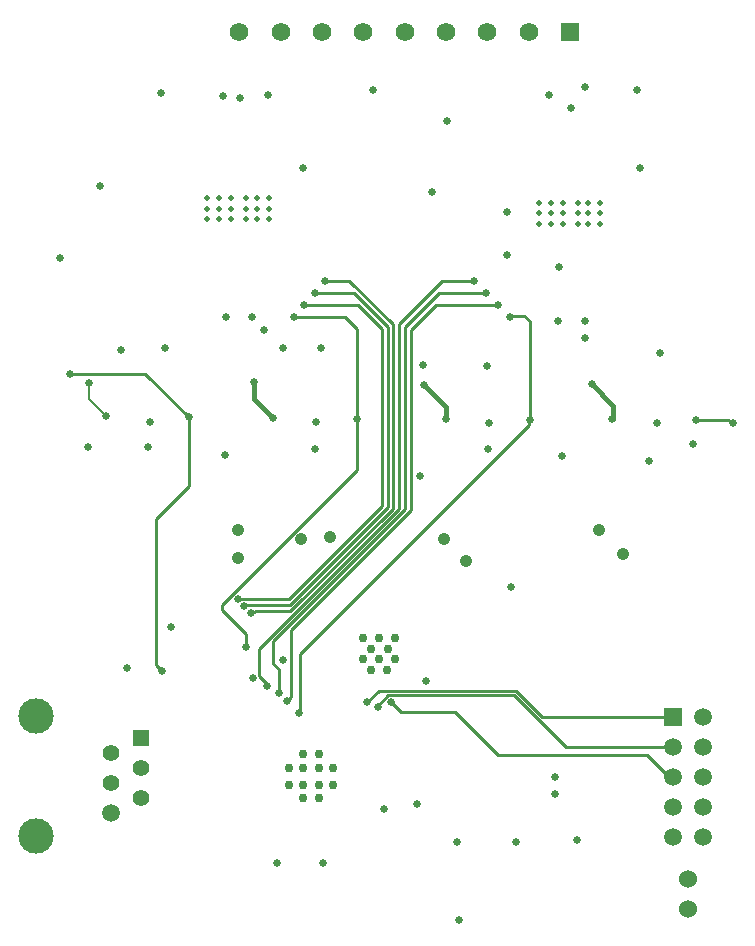
<source format=gbl>
%FSTAX23Y23*%
%MOIN*%
%SFA1B1*%

%IPPOS*%
%ADD11C,0.010000*%
%ADD53C,0.061700*%
%ADD54R,0.061700X0.061700*%
%ADD55C,0.030000*%
%ADD56R,0.059100X0.059100*%
%ADD57C,0.059100*%
%ADD58C,0.020000*%
%ADD59C,0.055100*%
%ADD60C,0.118100*%
%ADD61R,0.055100X0.055100*%
%ADD62C,0.026000*%
%ADD63C,0.060000*%
%ADD64C,0.042000*%
%ADD65C,0.015000*%
%ADD66C,0.006000*%
G54D11*
X0138Y01695D02*
X02143Y02458D01*
Y02473*
X0138Y015D02*
Y01695D01*
X00865Y0263D02*
X0101Y02485D01*
X00615Y0263D02*
X00865D01*
X0101Y02254D02*
Y02485D01*
X0282Y02465D02*
X02825D01*
X02809Y02476D02*
X0282Y02465D01*
X02701Y02476D02*
X02809D01*
X02143Y02473D02*
X02146Y02475D01*
Y02805*
X02127Y02823D02*
X02146Y02805D01*
X0112Y0186D02*
X0157Y0231D01*
Y02779*
X0153Y0282D02*
X0157Y02779D01*
X009Y02144D02*
X0101Y02254D01*
X02107Y02823D02*
X02127D01*
X0136Y0282D02*
X0153D01*
X0208D02*
X02083Y02823D01*
X02107*
X02107Y02823*
X0175Y02775D02*
X01835Y0286D01*
X0204*
X0173Y02785D02*
X01845Y029D01*
X02*
X01855Y0294D02*
X0196D01*
X0171Y02795D02*
X01855Y0294D01*
X01575Y0286D02*
X01655Y0278D01*
X01395Y0286D02*
X01575D01*
X0156Y029D02*
X01675Y02785D01*
X0143Y029D02*
X0156D01*
X01545Y0294D02*
X0169Y02795D01*
X01465Y0294D02*
X01545D01*
X01245Y01713D02*
X0171Y02178D01*
X01245Y01621D02*
Y01713D01*
Y01621D02*
X01272Y01594D01*
X01338Y01538D02*
Y0154D01*
X0135Y01552D02*
Y01776D01*
X0175Y02176*
X01338Y0154D02*
X0135Y01552D01*
X01292Y01663D02*
Y0174D01*
Y01663D02*
X0131Y01646D01*
X01292Y0174D02*
X0173Y02177D01*
X0131Y01565D02*
Y01646D01*
X01272Y0159D02*
Y01594D01*
X01896Y01503D02*
X0204Y0136D01*
X02536*
X02611Y01285*
X02625*
X0169Y02179D02*
Y02795D01*
X01675Y02186D02*
Y02785D01*
X01655Y02187D02*
Y0278D01*
X009Y0166D02*
Y02144D01*
Y0166D02*
X0092Y0164D01*
X0164Y01522D02*
X01675Y01558D01*
X01605Y01535D02*
X01643Y01573D01*
X02101D02*
X02189Y01485D01*
X02095Y01558D02*
X02268Y01385D01*
X01643Y01573D02*
X02101D01*
X01675Y01558D02*
X02095D01*
X01716Y01503D02*
X01896D01*
X01685Y01535D02*
X01716Y01503D01*
X01378Y01498D02*
X0138Y015D01*
X02189Y01485D02*
X02625D01*
X0164Y0152D02*
Y01522D01*
X02268Y01385D02*
X02625D01*
X01302Y01002D02*
X01305Y01D01*
X01305Y01D02*
X01305Y01D01*
X0112Y01841D02*
Y0186D01*
Y01841D02*
X012Y01761D01*
X01173Y01877D02*
X01174Y01878D01*
X01195Y01855D02*
X01198Y01858D01*
X012Y0172D02*
Y01761D01*
X01218Y01832D02*
X01221Y01836D01*
X01231*
X01232Y01837*
X01174Y01878D02*
X01345D01*
X01198Y01858D02*
X01347D01*
X01232Y01837D02*
X01347D01*
X01459Y01D02*
Y01D01*
X01347Y01858D02*
X01675Y02186D01*
X01347Y01837D02*
X0169Y02179D01*
X01345Y01878D02*
X01655Y02187D01*
X0175Y02176D02*
Y02775D01*
X0173Y02177D02*
Y02785D01*
X0171Y02178D02*
Y02795D01*
G54D53*
X01592Y0377D03*
X0173D03*
X01867D03*
X02005D03*
X02143D03*
X01454D03*
X01316D03*
X01178D03*
G54D54*
X02281Y0377D03*
G54D55*
X01645Y01748D03*
X0139Y01315D03*
X01445D03*
X0139Y0126D03*
X01445D03*
X0139Y01362D03*
X01445D03*
X0139Y01214D03*
X01445D03*
X01344Y01315D03*
Y0126D03*
X01492Y01315D03*
Y0126D03*
X01592Y01748D03*
X01698D03*
X01592Y01678D03*
X01618Y01713D03*
X01617Y01643D03*
X01671D03*
X01674Y01713D03*
X01645Y01678D03*
X01697D03*
G54D56*
X02625Y01485D03*
G54D57*
X02725Y01485D03*
X02625Y01385D03*
X02725D03*
X02625Y01285D03*
X02725D03*
X02625Y01185D03*
X02725D03*
X02625Y01085D03*
X02725D03*
X0075Y01165D03*
G54D58*
X02177Y03129D03*
X02217D03*
X02257D03*
X02177Y03199D03*
Y03164D03*
X02217Y03199D03*
Y03164D03*
X02257D03*
Y03199D03*
X02307Y03129D03*
Y03199D03*
Y03164D03*
X02342Y03199D03*
Y03164D03*
Y03129D03*
X02382D03*
Y03164D03*
Y03199D03*
X01277Y03214D03*
Y03179D03*
Y03144D03*
X01237D03*
Y03179D03*
Y03214D03*
X01202Y03179D03*
Y03214D03*
Y03144D03*
X01152Y03214D03*
Y03179D03*
X01112D03*
Y03214D03*
X01072Y03179D03*
Y03214D03*
X01152Y03144D03*
X01112D03*
X01072D03*
G54D59*
X0075Y01365D03*
X0085Y01215D03*
X0075Y01265D03*
X0085Y01315D03*
G54D60*
X005Y01489D03*
Y01089D03*
G54D61*
X0085Y01415D03*
G54D62*
X0126Y02775D03*
X00615Y0263D03*
X0058Y03015D03*
X01275Y0356D03*
X01125Y03555D03*
X0139Y03315D03*
X02825Y02465D03*
X02701Y02476D03*
X02422Y02477D03*
X02146Y02475D03*
X01867Y02479D03*
X0157Y0248D03*
X01291Y02482D03*
X0101Y02485D03*
X00735Y0249D03*
X0208Y0282D03*
X0204Y0286D03*
X02Y029D03*
X0196Y0294D03*
X0136Y0282D03*
X01395Y0286D03*
X0143Y029D03*
X01465Y0294D03*
X01223Y01614D03*
X0207Y03168D03*
X02285Y03515D03*
X02505Y03575D03*
X02243Y02985D03*
X0207Y03025D03*
X0258Y027D03*
X02005Y02655D03*
X0179Y0266D03*
X01794Y02593D03*
X00785Y0271D03*
X0093Y02715D03*
X0145D03*
X01325D03*
Y01675D03*
X01272Y0159D03*
X0223Y01285D03*
Y0123D03*
X0177Y01195D03*
X0233Y02748D03*
X0191Y0081D03*
X02305Y01075D03*
X01905Y0107D03*
X021D03*
X0118Y0355D03*
X0233Y02805D03*
X0224D03*
X0122Y0282D03*
X01135D03*
X01871Y03471D03*
X0221Y0356D03*
X0095Y01785D03*
X00916Y03566D03*
X01625Y03575D03*
X02545Y0234D03*
X00875Y02385D03*
X0143Y0238D03*
X02006Y02378D03*
X0269Y02395D03*
X018Y01605D03*
X02085Y0192D03*
X0166Y0118D03*
X01378Y01498D03*
X01338Y01538D03*
X0092Y0164D03*
X00805Y0165D03*
X01173Y01877D03*
X01195Y01855D03*
X012Y0172D03*
X01218Y01832D03*
X0131Y01565D03*
X01605Y01535D03*
X01685D03*
X0164Y0152D03*
X01305Y01D03*
X01459D03*
X02515Y03315D03*
X0178Y0229D03*
X0182Y03235D03*
X00715Y03255D03*
X0233Y03585D03*
X01435Y0247D03*
X00678Y026D03*
X00673Y02386D03*
X0113Y0236D03*
X02254Y02354D03*
X0088Y0247D03*
X0201Y02465D03*
X0257D03*
X02354Y02594D03*
X01229Y02603D03*
G54D63*
X02675Y00945D03*
Y00845D03*
G54D64*
X01384Y0208D03*
X02457Y02027D03*
X02377Y02107D03*
X01862Y02077D03*
X01935Y02006D03*
X0148Y02085D03*
X01175Y02015D03*
Y0211D03*
G54D65*
X02422Y02477D02*
X02424Y02479D01*
Y02506D02*
X02425Y02507D01*
X02424Y02479D02*
Y02506D01*
X02425Y02507D02*
Y02522D01*
X02354Y02594D02*
X02425Y02522D01*
X02354Y02594D02*
D01*
X01867Y02479D02*
Y0252D01*
X01794Y02593D02*
X01867Y0252D01*
X01229Y02544D02*
X01291Y02482D01*
X01229Y02544D02*
Y02603D01*
G54D66*
X00678Y02546D02*
Y026D01*
Y02546D02*
X00735Y0249D01*
M02*
</source>
